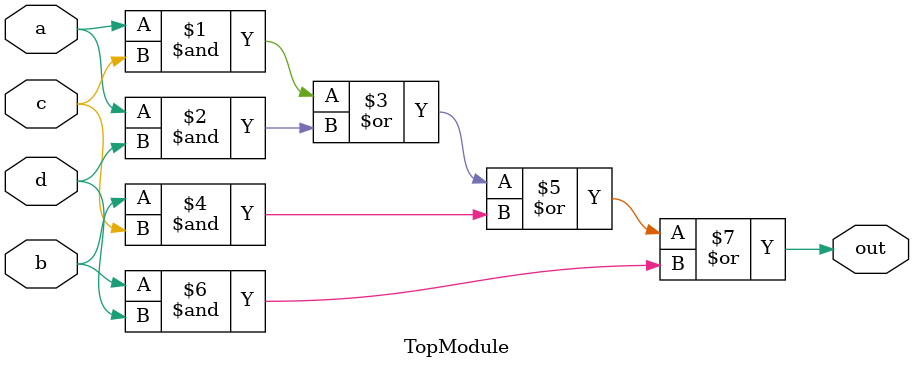
<source format=sv>

module TopModule (
  input a,
  input b,
  input c,
  input d,
  output out
);
assign out = (a & c) | (a & d) | (b & c) | (b & d);
endmodule

</source>
